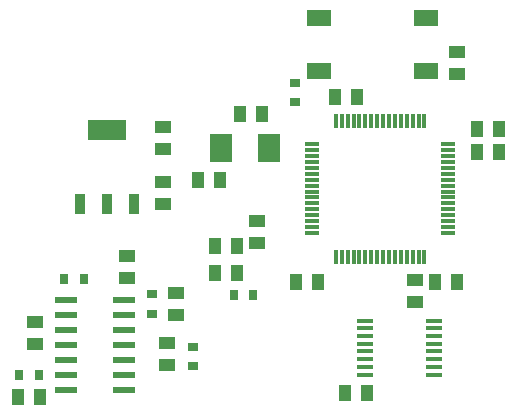
<source format=gtp>
G04*
G04 #@! TF.GenerationSoftware,Altium Limited,Altium Designer,21.2.2 (38)*
G04*
G04 Layer_Color=8421504*
%FSLAX25Y25*%
%MOIN*%
G70*
G04*
G04 #@! TF.SameCoordinates,C3B877AE-1357-438A-BEA6-5EF708E32FCF*
G04*
G04*
G04 #@! TF.FilePolarity,Positive*
G04*
G01*
G75*
%ADD15R,0.04724X0.01181*%
%ADD16R,0.01181X0.04724*%
%ADD17R,0.03347X0.02756*%
%ADD18R,0.08268X0.05512*%
%ADD19R,0.05315X0.03937*%
%ADD20R,0.02756X0.03347*%
%ADD21R,0.03937X0.05315*%
%ADD22R,0.03740X0.06890*%
%ADD23R,0.12598X0.06890*%
%ADD24R,0.05807X0.01772*%
%ADD25R,0.07480X0.09449*%
%ADD26R,0.07800X0.02200*%
D15*
X269362Y197142D02*
D03*
X314638Y220764D02*
D03*
X269362Y199110D02*
D03*
Y191236D02*
D03*
Y193205D02*
D03*
Y195173D02*
D03*
Y201079D02*
D03*
Y203047D02*
D03*
Y205016D02*
D03*
Y206984D02*
D03*
Y208953D02*
D03*
Y210921D02*
D03*
Y212890D02*
D03*
Y214858D02*
D03*
Y216827D02*
D03*
Y218795D02*
D03*
Y220764D02*
D03*
X314638Y191236D02*
D03*
Y193205D02*
D03*
Y195173D02*
D03*
Y197142D02*
D03*
Y199110D02*
D03*
Y201079D02*
D03*
Y203047D02*
D03*
Y205016D02*
D03*
Y206984D02*
D03*
Y208953D02*
D03*
Y210921D02*
D03*
Y212890D02*
D03*
Y214858D02*
D03*
Y216827D02*
D03*
Y218795D02*
D03*
D16*
X281173Y183362D02*
D03*
X306764D02*
D03*
X277236Y228638D02*
D03*
X279205D02*
D03*
X285110D02*
D03*
X279205Y183362D02*
D03*
X291016D02*
D03*
X289047D02*
D03*
X287079D02*
D03*
X285110D02*
D03*
X283142D02*
D03*
X277236D02*
D03*
X304795D02*
D03*
X302827D02*
D03*
X300858D02*
D03*
X298890D02*
D03*
X296921D02*
D03*
X294953D02*
D03*
X292984D02*
D03*
X306764Y228638D02*
D03*
X304795D02*
D03*
X302827D02*
D03*
X300858D02*
D03*
X298890D02*
D03*
X296921D02*
D03*
X294953D02*
D03*
X292984D02*
D03*
X291016D02*
D03*
X289047D02*
D03*
X287079D02*
D03*
X283142D02*
D03*
X281173D02*
D03*
D17*
X263500Y241248D02*
D03*
Y234752D02*
D03*
X216000Y170748D02*
D03*
Y164252D02*
D03*
X229500Y153248D02*
D03*
Y146752D02*
D03*
D18*
X307413Y262858D02*
D03*
X271587D02*
D03*
Y245142D02*
D03*
X307413D02*
D03*
D19*
X303500Y175642D02*
D03*
Y168358D02*
D03*
X207500Y176358D02*
D03*
Y183642D02*
D03*
X224000Y164000D02*
D03*
Y171283D02*
D03*
X221000Y147343D02*
D03*
Y154626D02*
D03*
X251000Y187858D02*
D03*
X219500Y226642D02*
D03*
X177000Y154358D02*
D03*
X317500Y251638D02*
D03*
X219500Y219358D02*
D03*
Y208142D02*
D03*
X177000Y161642D02*
D03*
X251000Y195142D02*
D03*
X219500Y200858D02*
D03*
X317500Y244354D02*
D03*
D20*
X193248Y176000D02*
D03*
X186752D02*
D03*
X171752Y144000D02*
D03*
X178248D02*
D03*
X243252Y170500D02*
D03*
X249748D02*
D03*
D21*
X178642Y136500D02*
D03*
X171358D02*
D03*
X287642Y138000D02*
D03*
X280358D02*
D03*
X317642Y174953D02*
D03*
X310358D02*
D03*
X236858Y178000D02*
D03*
X244142D02*
D03*
Y187000D02*
D03*
X271142Y175000D02*
D03*
X324358Y226000D02*
D03*
X276858Y236500D02*
D03*
X231358Y209000D02*
D03*
X252642Y231000D02*
D03*
X236858Y187000D02*
D03*
X331642Y218061D02*
D03*
X263858Y175000D02*
D03*
X331642Y226000D02*
D03*
X284142Y236500D02*
D03*
X324358Y218061D02*
D03*
X245358Y231000D02*
D03*
X238642Y209000D02*
D03*
D22*
X210112Y200872D02*
D03*
X192002D02*
D03*
X201057D02*
D03*
D23*
Y225676D02*
D03*
D24*
X310067Y149161D02*
D03*
X286933Y144043D02*
D03*
Y146602D02*
D03*
Y149161D02*
D03*
Y151720D02*
D03*
Y154279D02*
D03*
Y156839D02*
D03*
Y159398D02*
D03*
Y161957D02*
D03*
X310067D02*
D03*
Y159398D02*
D03*
Y156839D02*
D03*
Y154279D02*
D03*
Y151720D02*
D03*
Y146602D02*
D03*
Y144043D02*
D03*
D25*
X238929Y219500D02*
D03*
X255071D02*
D03*
D26*
X187300Y154000D02*
D03*
X206700D02*
D03*
Y169000D02*
D03*
Y164000D02*
D03*
Y159000D02*
D03*
Y149000D02*
D03*
Y144000D02*
D03*
Y139000D02*
D03*
X187300D02*
D03*
Y144000D02*
D03*
Y149000D02*
D03*
Y159000D02*
D03*
Y164000D02*
D03*
Y169000D02*
D03*
M02*

</source>
